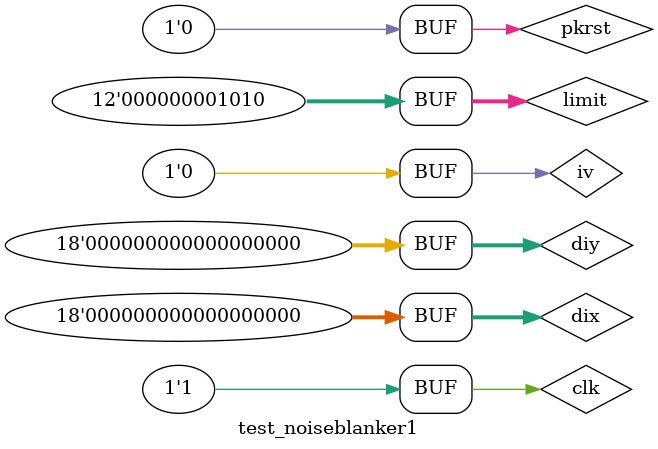
<source format=v>
`timescale 1ns / 1ps
module test_noiseblanker1;

	// Inputs
	reg [17:0] dix;
	reg [17:0] diy;
	reg iv;
	reg clk;
	reg [11:0] limit;
	reg pkrst;

	// Outputs
	wire [17:0] dox;
	wire [17:0] doy;
	wire ov;
	wire [11:0] peak;

	// Instantiate the Unit Under Test (UUT)
	noiseblanker1 uut (
		.dix(dix), 
		.diy(diy), 
		.iv(iv), 
		.dox(dox), 
		.doy(doy), 
		.ov(ov), 
		.clk(clk), 
		.limit(limit), 
		.peak(peak), 
		.pkrst(pkrst)
	);

	initial begin
		// Initialize Inputs
		dix = 0;
		diy = 0;
		iv = 0;
		clk = 0;
		limit = 10;
		pkrst = 0;

		// Wait 100 ns for global reset to finish
		#100;
		#5 clk = 0; pkrst = 0;
		#5 clk = 1;
		#5 clk = 0; pkrst = 1;
		#5 clk = 1;
		#5 clk = 0; pkrst = 0;
		#5 clk = 1;
      
		// Generate Signal
		#5 clk = 0; iv = 1; dix = 100; diy = -100;
		#5 clk = 1;
		repeat (6)
		begin
			#5 clk = 0; iv = 0; dix = 0; diy = 0;
			#5 clk = 1;
		end
		#5 clk = 0; iv = 1; dix = 1000; diy = -100;
		#5 clk = 1;
		repeat (6)
		begin
			#5 clk = 0; iv = 0; dix = 0; diy = 0;
			#5 clk = 1;
		end
		#5 clk = 0; iv = 1; dix = -100; diy = 100;
		#5 clk = 1;
		repeat (6)
		begin
			#5 clk = 0; iv = 0; dix = 0; diy = 0;
			#5 clk = 1;
		end
		#5 clk = 0; iv = 1; dix = 100; diy = -10000;
		#5 clk = 1;
		repeat (6)
		begin
			#5 clk = 0; iv = 0; dix = 0; diy = 0;
			#5 clk = 1;
		end
		#5 clk = 0; iv = 1; dix = 100; diy = -100;
		#5 clk = 1;
		repeat (6)
		begin
			#5 clk = 0; iv = 0; dix = 0; diy = 0;
			#5 clk = 1;
		end
	end
      
endmodule


</source>
